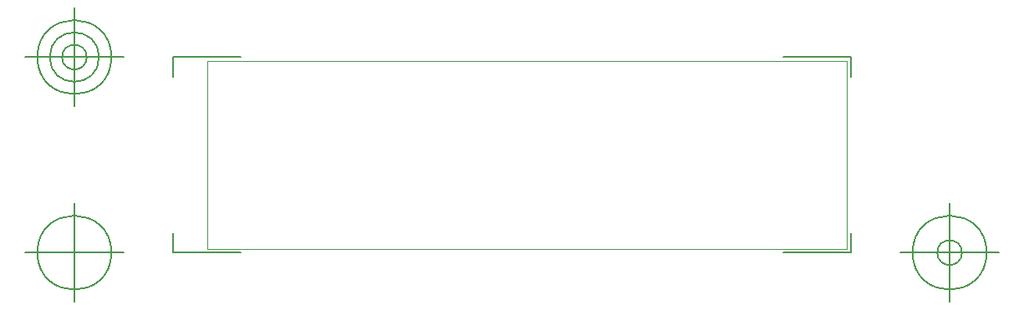
<source format=gbr>
G04 Generated by Ultiboard 11.0 *
%FSLAX25Y25*%
%MOIN*%

%ADD10C,0.00004*%
%ADD11C,0.00500*%


G04 ColorRGB 00FFFF for the following layer *
%LNBoard Outline*%
%LPD*%
%FSLAX25Y25*%
%MOIN*%
G54D10*
X-115Y75615D02*
X-115Y615D01*
X-115Y615D02*
X254885Y615D01*
X254885Y615D02*
X254885Y75615D01*
X254885Y75615D02*
X-115Y75615D01*
G54D11*
X-13885Y-885D02*
X-13885Y6915D01*
X-13885Y-885D02*
X13142Y-885D01*
X256385Y-885D02*
X229358Y-885D01*
X256385Y-885D02*
X256385Y6915D01*
X256385Y77115D02*
X256385Y69315D01*
X256385Y77115D02*
X229358Y77115D01*
X-13885Y77115D02*
X13142Y77115D01*
X-13885Y77115D02*
X-13885Y69315D01*
X-33570Y-885D02*
X-72940Y-885D01*
X-53255Y-20570D02*
X-53255Y18800D01*
X-68019Y-885D02*
G75*
D01*
G02X-68019Y-885I14764J0*
G01*
X276070Y-885D02*
X315440Y-885D01*
X295755Y-20570D02*
X295755Y18800D01*
X280991Y-885D02*
G75*
D01*
G02X280991Y-885I14764J0*
G01*
X290834Y-885D02*
G75*
D01*
G02X290834Y-885I4921J0*
G01*
X-33570Y77115D02*
X-72940Y77115D01*
X-53255Y57430D02*
X-53255Y96800D01*
X-68019Y77115D02*
G75*
D01*
G02X-68019Y77115I14764J0*
G01*
X-63098Y77115D02*
G75*
D01*
G02X-63098Y77115I9843J0*
G01*
X-58176Y77115D02*
G75*
D01*
G02X-58176Y77115I4921J0*
G01*

M00*

</source>
